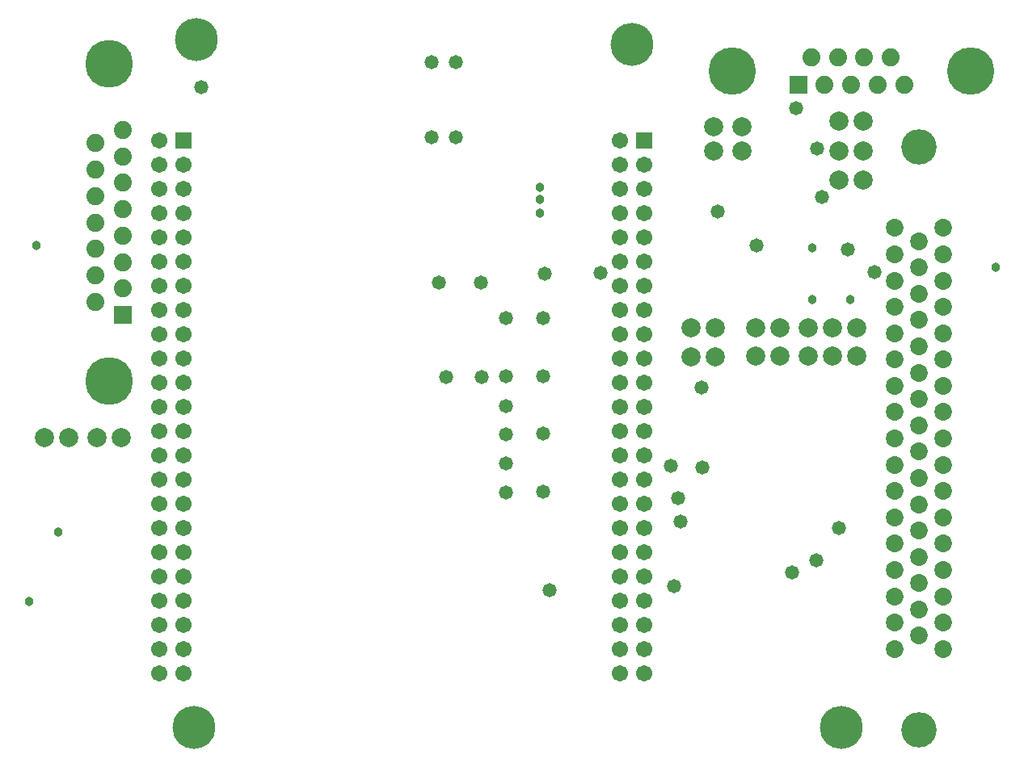
<source format=gbs>
G04*
G04 #@! TF.GenerationSoftware,Altium Limited,Altium Designer,19.0.14 (431)*
G04*
G04 Layer_Color=16711935*
%FSLAX25Y25*%
%MOIN*%
G70*
G01*
G75*
%ADD39C,0.17729*%
%ADD40C,0.14600*%
%ADD41C,0.07300*%
%ADD42C,0.06706*%
%ADD43R,0.06706X0.06706*%
%ADD44C,0.07887*%
%ADD45C,0.19540*%
%ADD46R,0.07453X0.07453*%
%ADD47C,0.07453*%
%ADD48R,0.07453X0.07453*%
%ADD49C,0.07453*%
%ADD50C,0.19698*%
%ADD51C,0.03800*%
%ADD52C,0.05800*%
D39*
X426500Y323000D02*
D03*
X340000Y605000D02*
D03*
X159500Y323000D02*
D03*
X160500Y607000D02*
D03*
D40*
X458500Y562500D02*
D03*
Y321949D02*
D03*
D41*
X468500Y355295D02*
D03*
X448500D02*
D03*
X468500Y377028D02*
D03*
Y387894D02*
D03*
Y398760D02*
D03*
Y409626D02*
D03*
Y420492D02*
D03*
Y431358D02*
D03*
Y442224D02*
D03*
Y453090D02*
D03*
Y463957D02*
D03*
Y474823D02*
D03*
Y485689D02*
D03*
Y496555D02*
D03*
Y507421D02*
D03*
Y518287D02*
D03*
Y529153D02*
D03*
X458500Y360768D02*
D03*
Y371631D02*
D03*
Y382495D02*
D03*
Y393358D02*
D03*
Y404222D02*
D03*
Y415085D02*
D03*
Y425949D02*
D03*
Y436812D02*
D03*
Y447676D02*
D03*
Y458539D02*
D03*
Y469403D02*
D03*
Y480266D02*
D03*
Y491130D02*
D03*
Y501993D02*
D03*
Y512857D02*
D03*
Y523720D02*
D03*
X448500Y366161D02*
D03*
Y377028D02*
D03*
Y387894D02*
D03*
Y398760D02*
D03*
Y409626D02*
D03*
Y420492D02*
D03*
Y431358D02*
D03*
Y442224D02*
D03*
Y453090D02*
D03*
Y463957D02*
D03*
Y474823D02*
D03*
Y485689D02*
D03*
Y496555D02*
D03*
Y507421D02*
D03*
X468500Y366161D02*
D03*
X448500Y518287D02*
D03*
Y529153D02*
D03*
D42*
X335000Y345398D02*
D03*
X345000D02*
D03*
X335000Y355398D02*
D03*
X345000D02*
D03*
X335000Y365398D02*
D03*
X345000D02*
D03*
X335000Y375398D02*
D03*
X345000D02*
D03*
X335000Y385398D02*
D03*
X345000D02*
D03*
X335000Y395398D02*
D03*
X345000D02*
D03*
X335000Y405398D02*
D03*
X345000D02*
D03*
X335000Y415398D02*
D03*
X345000D02*
D03*
X335000Y425398D02*
D03*
X345000D02*
D03*
X335000Y435398D02*
D03*
X345000D02*
D03*
X335000Y445398D02*
D03*
X345000D02*
D03*
X335000Y455398D02*
D03*
X345000D02*
D03*
X335000Y465398D02*
D03*
X345000D02*
D03*
X335000Y475398D02*
D03*
X345000D02*
D03*
X335000Y485398D02*
D03*
X345000D02*
D03*
X335000Y495398D02*
D03*
X345000D02*
D03*
X335000Y505398D02*
D03*
X345000D02*
D03*
X335000Y515398D02*
D03*
X345000D02*
D03*
X335000Y525398D02*
D03*
X345000D02*
D03*
X335000Y535398D02*
D03*
X345000D02*
D03*
X335000Y545398D02*
D03*
X345000D02*
D03*
X335000Y555398D02*
D03*
X345000D02*
D03*
X335000Y565398D02*
D03*
X145000D02*
D03*
X155000Y555398D02*
D03*
X145000D02*
D03*
X155000Y545398D02*
D03*
X145000D02*
D03*
X155000Y535398D02*
D03*
X145000D02*
D03*
X155000Y525398D02*
D03*
X145000D02*
D03*
X155000Y515398D02*
D03*
X145000D02*
D03*
X155000Y505398D02*
D03*
X145000D02*
D03*
X155000Y495398D02*
D03*
X145000D02*
D03*
X155000Y485398D02*
D03*
X145000D02*
D03*
X155000Y475398D02*
D03*
X145000D02*
D03*
X155000Y465398D02*
D03*
X145000D02*
D03*
X155000Y455398D02*
D03*
X145000D02*
D03*
X155000Y445398D02*
D03*
X145000D02*
D03*
X155000Y435398D02*
D03*
X145000D02*
D03*
X155000Y425398D02*
D03*
X145000D02*
D03*
X155000Y415398D02*
D03*
X145000D02*
D03*
X155000Y405398D02*
D03*
X145000D02*
D03*
X155000Y395398D02*
D03*
X145000D02*
D03*
X155000Y385398D02*
D03*
X145000D02*
D03*
X155000Y375398D02*
D03*
X145000D02*
D03*
X155000Y365398D02*
D03*
X145000D02*
D03*
X155000Y355398D02*
D03*
X145000D02*
D03*
X155000Y345398D02*
D03*
X145000D02*
D03*
D43*
X345000Y565398D02*
D03*
X155000D02*
D03*
D44*
X129466Y442688D02*
D03*
X119466D02*
D03*
X97808D02*
D03*
X107808D02*
D03*
X432642Y476225D02*
D03*
X422642D02*
D03*
X412642D02*
D03*
X432642Y487926D02*
D03*
X422642D02*
D03*
X412642D02*
D03*
X401275Y488078D02*
D03*
X391276D02*
D03*
X401275Y476219D02*
D03*
X391276D02*
D03*
X364500Y476000D02*
D03*
X374500D02*
D03*
X425500Y561000D02*
D03*
X435500D02*
D03*
X425500Y573236D02*
D03*
X435500D02*
D03*
X425500Y549000D02*
D03*
X435500D02*
D03*
X373736Y561000D02*
D03*
Y571000D02*
D03*
X385500Y560917D02*
D03*
Y570917D02*
D03*
X374500Y488000D02*
D03*
X364500D02*
D03*
D45*
X479693Y593909D02*
D03*
X381307D02*
D03*
D46*
X408689Y588319D02*
D03*
D47*
X414142Y599500D02*
D03*
X419594Y588319D02*
D03*
X425047Y599500D02*
D03*
X430500Y588319D02*
D03*
X435953Y599500D02*
D03*
X441405Y588319D02*
D03*
X446858Y599500D02*
D03*
X452311Y588319D02*
D03*
D48*
X129992Y493236D02*
D03*
D49*
X118811Y498689D02*
D03*
X129992Y504142D02*
D03*
X118811Y509594D02*
D03*
X129992Y515047D02*
D03*
X118811Y520500D02*
D03*
X129992Y525953D02*
D03*
X118811Y531405D02*
D03*
X129992Y536858D02*
D03*
X118811Y542311D02*
D03*
X129992Y547764D02*
D03*
X118811Y553217D02*
D03*
X129992Y558669D02*
D03*
X118811Y564122D02*
D03*
X129992Y569575D02*
D03*
D50*
X124402Y465815D02*
D03*
Y596996D02*
D03*
D51*
X414392Y499428D02*
D03*
X430142D02*
D03*
X94608Y521934D02*
D03*
X103500Y403555D02*
D03*
X302000Y540917D02*
D03*
Y535398D02*
D03*
Y546000D02*
D03*
X490000Y513000D02*
D03*
X414500Y521000D02*
D03*
X91432Y375036D02*
D03*
D52*
X440014Y511031D02*
D03*
X277673Y506453D02*
D03*
X260500D02*
D03*
X263500Y467719D02*
D03*
X162500Y587105D02*
D03*
X257500Y597500D02*
D03*
X306000Y379745D02*
D03*
X369000Y430312D02*
D03*
X429261Y520107D02*
D03*
X407642Y578500D02*
D03*
X288000Y491815D02*
D03*
X278000Y467719D02*
D03*
X359000Y417500D02*
D03*
X425500Y405200D02*
D03*
X304000Y510185D02*
D03*
X327000Y510745D02*
D03*
X391500Y522000D02*
D03*
X356000Y431072D02*
D03*
X357500Y381245D02*
D03*
X416000Y392000D02*
D03*
X416500Y562000D02*
D03*
X418500Y542000D02*
D03*
X288000Y432000D02*
D03*
X267500Y597500D02*
D03*
Y566500D02*
D03*
X257500D02*
D03*
X288000Y467815D02*
D03*
Y420000D02*
D03*
Y444000D02*
D03*
Y455500D02*
D03*
X406000Y386795D02*
D03*
X360000Y408000D02*
D03*
X368771Y463315D02*
D03*
X303500Y491815D02*
D03*
Y467815D02*
D03*
Y444315D02*
D03*
Y420315D02*
D03*
X375500Y535934D02*
D03*
M02*

</source>
